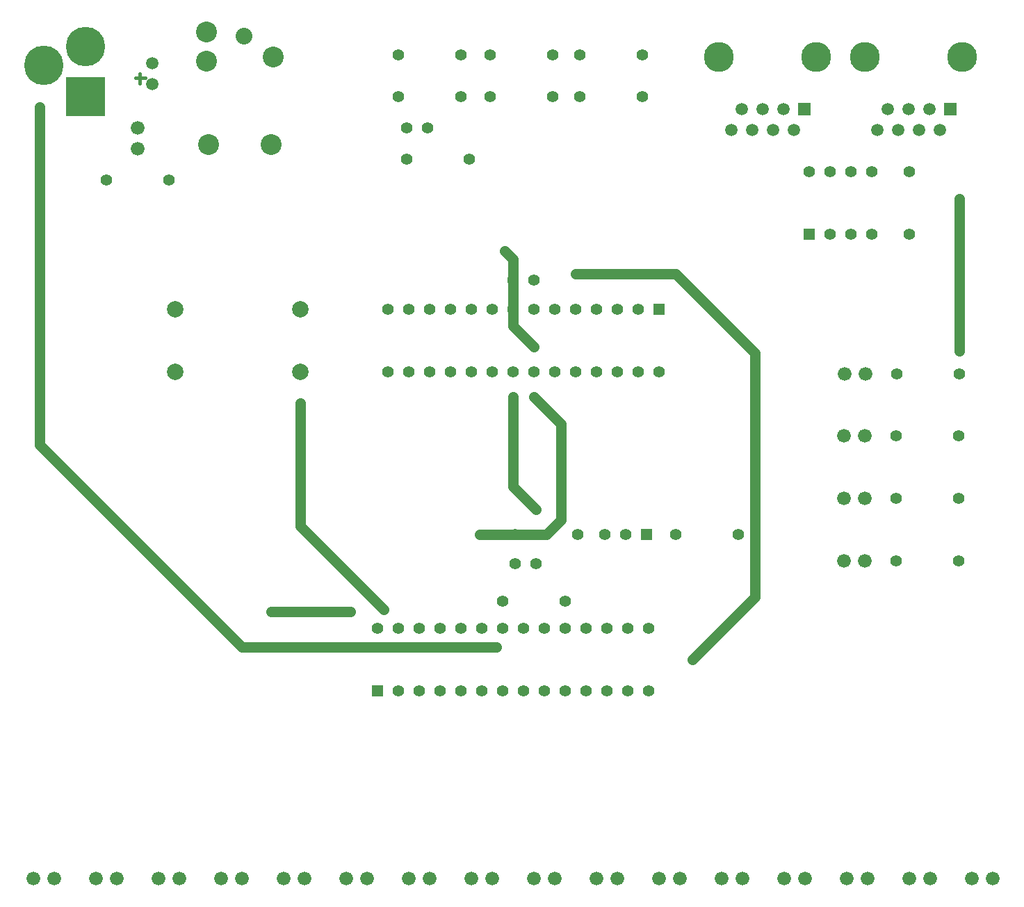
<source format=gtl>
G04 (created by PCBNEW-RS274X (2011-07-08)-stable) date Sun 04 Mar 2012 02:24:10 AM EST*
G01*
G70*
G90*
%MOIN*%
G04 Gerber Fmt 3.4, Leading zero omitted, Abs format*
%FSLAX34Y34*%
G04 APERTURE LIST*
%ADD10C,0.006000*%
%ADD11C,0.015000*%
%ADD12C,0.078700*%
%ADD13C,0.055000*%
%ADD14C,0.143700*%
%ADD15R,0.059100X0.059100*%
%ADD16C,0.059100*%
%ADD17C,0.066000*%
%ADD18C,0.189000*%
%ADD19R,0.189000X0.189000*%
%ADD20R,0.055000X0.055000*%
%ADD21C,0.100000*%
%ADD22C,0.080000*%
%ADD23C,0.035000*%
%ADD24C,0.050000*%
G04 APERTURE END LIST*
G54D10*
G54D11*
X38500Y-17000D02*
X38950Y-17000D01*
X38700Y-17250D02*
X38700Y-16800D01*
G54D12*
X46390Y-31100D03*
X40390Y-31100D03*
X40390Y-28100D03*
X46390Y-28100D03*
G54D13*
X62800Y-15900D03*
X62800Y-17900D03*
X59800Y-15900D03*
X59800Y-17900D03*
X58500Y-15900D03*
X58500Y-17900D03*
X55500Y-15900D03*
X55500Y-17900D03*
X54100Y-15900D03*
X54100Y-17900D03*
X51100Y-15900D03*
X51100Y-17900D03*
G54D14*
X73462Y-16000D03*
X78135Y-16000D03*
G54D15*
X77550Y-18500D03*
G54D16*
X77050Y-19500D03*
X76550Y-18500D03*
X76050Y-19500D03*
X75550Y-18500D03*
X75050Y-19500D03*
X74550Y-18500D03*
X74050Y-19500D03*
G54D14*
X66462Y-16000D03*
X71135Y-16000D03*
G54D15*
X70550Y-18500D03*
G54D16*
X70050Y-19500D03*
X69550Y-18500D03*
X69050Y-19500D03*
X68550Y-18500D03*
X68050Y-19500D03*
X67550Y-18500D03*
X67050Y-19500D03*
G54D13*
X64400Y-38900D03*
X67400Y-38900D03*
X40100Y-21900D03*
X37100Y-21900D03*
X77950Y-40150D03*
X74950Y-40150D03*
X77950Y-37150D03*
X74950Y-37150D03*
X77950Y-34150D03*
X74950Y-34150D03*
X78000Y-31200D03*
X75000Y-31200D03*
X54500Y-20900D03*
X51500Y-20900D03*
X56700Y-38900D03*
X59700Y-38900D03*
X56100Y-42100D03*
X59100Y-42100D03*
X75600Y-24500D03*
X75600Y-21500D03*
G54D17*
X78600Y-55400D03*
X79600Y-55400D03*
X72600Y-55400D03*
X73600Y-55400D03*
X75600Y-55400D03*
X76600Y-55400D03*
X69600Y-55400D03*
X70600Y-55400D03*
X38600Y-19400D03*
X38600Y-20400D03*
X72450Y-40150D03*
X73450Y-40150D03*
X72450Y-37150D03*
X73450Y-37150D03*
X72450Y-34150D03*
X73450Y-34150D03*
X72500Y-31200D03*
X73500Y-31200D03*
X33600Y-55400D03*
X34600Y-55400D03*
X36600Y-55400D03*
X37600Y-55400D03*
X39600Y-55400D03*
X40600Y-55400D03*
X42600Y-55400D03*
X43600Y-55400D03*
X45600Y-55400D03*
X46600Y-55400D03*
X48600Y-55400D03*
X49600Y-55400D03*
X51600Y-55400D03*
X52600Y-55400D03*
X54600Y-55400D03*
X55600Y-55400D03*
X57600Y-55400D03*
X58600Y-55400D03*
X60600Y-55400D03*
X61600Y-55400D03*
X63600Y-55400D03*
X64600Y-55400D03*
X66600Y-55400D03*
X67600Y-55400D03*
G54D18*
X36100Y-15500D03*
G54D19*
X36100Y-17900D03*
G54D18*
X34100Y-16400D03*
G54D16*
X39300Y-16300D03*
X39300Y-17300D03*
G54D20*
X70800Y-24500D03*
G54D13*
X71800Y-24500D03*
X72800Y-24500D03*
X73800Y-24500D03*
X73800Y-21500D03*
X72800Y-21500D03*
X71800Y-21500D03*
X70800Y-21500D03*
X62600Y-28100D03*
X61600Y-28100D03*
X60600Y-28100D03*
X59600Y-28100D03*
X58600Y-28100D03*
X57600Y-28100D03*
X56600Y-28100D03*
X55600Y-28100D03*
X54600Y-28100D03*
X53600Y-28100D03*
X52600Y-28100D03*
X51600Y-28100D03*
X50600Y-28100D03*
G54D20*
X63600Y-28100D03*
G54D13*
X50600Y-31100D03*
X51600Y-31100D03*
X52600Y-31100D03*
X53600Y-31100D03*
X54600Y-31100D03*
X55600Y-31100D03*
X56600Y-31100D03*
X57600Y-31100D03*
X58600Y-31100D03*
X59600Y-31100D03*
X60600Y-31100D03*
X61600Y-31100D03*
X62600Y-31100D03*
X63600Y-31100D03*
X51100Y-46400D03*
X52100Y-46400D03*
X53100Y-46400D03*
X54100Y-46400D03*
X55100Y-46400D03*
X56100Y-46400D03*
X57100Y-46400D03*
X58100Y-46400D03*
X59100Y-46400D03*
X60100Y-46400D03*
X61100Y-46400D03*
X62100Y-46400D03*
X63100Y-46400D03*
G54D20*
X50100Y-46400D03*
G54D13*
X63100Y-43400D03*
X62100Y-43400D03*
X61100Y-43400D03*
X60100Y-43400D03*
X59100Y-43400D03*
X58100Y-43400D03*
X57100Y-43400D03*
X56100Y-43400D03*
X55100Y-43400D03*
X54100Y-43400D03*
X53100Y-43400D03*
X52100Y-43400D03*
X51100Y-43400D03*
X50100Y-43400D03*
X57600Y-26700D03*
X56600Y-26700D03*
X57700Y-40300D03*
X56700Y-40300D03*
X52500Y-19400D03*
X51500Y-19400D03*
G54D20*
X63000Y-38900D03*
G54D13*
X62000Y-38900D03*
X61000Y-38900D03*
G54D21*
X45000Y-20200D03*
X42000Y-20200D03*
X41900Y-14800D03*
X41900Y-16200D03*
X45100Y-16000D03*
G54D22*
X43700Y-15000D03*
G54D23*
X78000Y-30100D03*
X78000Y-22800D03*
X57600Y-29900D03*
X56200Y-25300D03*
X57600Y-32300D03*
X55000Y-38900D03*
X33900Y-18400D03*
X55800Y-44300D03*
X46400Y-32600D03*
X50400Y-42500D03*
X59600Y-26400D03*
X65200Y-44900D03*
X48800Y-42600D03*
X45000Y-42600D03*
X56600Y-32300D03*
X57700Y-37700D03*
G54D24*
X78000Y-22800D02*
X78000Y-30100D01*
X56600Y-28900D02*
X57600Y-29900D01*
X56600Y-25700D02*
X56600Y-28900D01*
X56200Y-25300D02*
X56600Y-25700D01*
X57600Y-32300D02*
X58900Y-33600D01*
X58900Y-33600D02*
X58900Y-38200D01*
X58900Y-38200D02*
X58200Y-38900D01*
X58200Y-38900D02*
X55000Y-38900D01*
X55800Y-44300D02*
X43600Y-44300D01*
X33900Y-34600D02*
X33900Y-18400D01*
X43600Y-44300D02*
X33900Y-34600D01*
X46400Y-38500D02*
X46400Y-32600D01*
X50400Y-42500D02*
X46400Y-38500D01*
X64400Y-26400D02*
X59600Y-26400D01*
X68200Y-30200D02*
X64400Y-26400D01*
X68200Y-41900D02*
X68200Y-30200D01*
X65200Y-44900D02*
X68200Y-41900D01*
X48800Y-42600D02*
X45000Y-42600D01*
X56600Y-36600D02*
X56600Y-32300D01*
X57700Y-37700D02*
X56600Y-36600D01*
M02*

</source>
